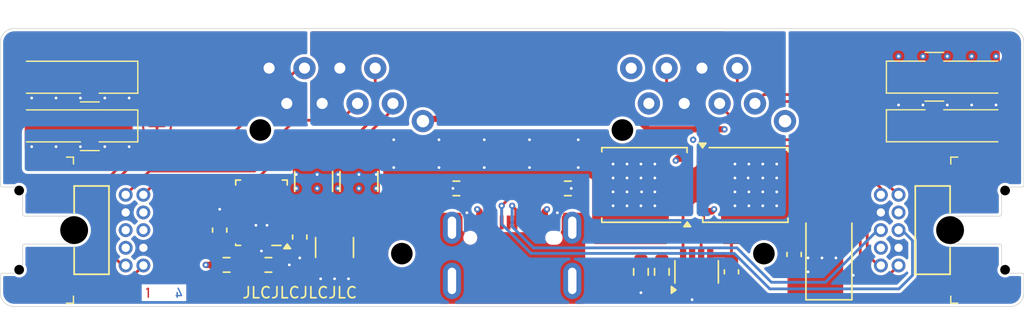
<source format=kicad_pcb>
(kicad_pcb (version 20241229) (generator "pcbnew") (generator_version "9.0")
  (title_block (date "2025-10-24") (rev "4"))
  (layers (0 "F.Cu" signal "Front") (4 "In1.Cu" power) (6 "In2.Cu" power) (2 "B.Cu" power "Back") (13 "F.Paste" user) (5 "F.SilkS" user "F.Silkscreen") (7 "B.SilkS" user "B.Silkscreen") (1 "F.Mask" user) (3 "B.Mask" user) (25 "Edge.Cuts" user))
  (property "Order-Number" "JLCJLCJLCJLC")
  (net 0 "")
  (net 1 "GND")
  (net 2 "Net-(U201-VCAP)")
  (net 3 "/Power +5V/Feedback")
  (net 4 "+5V")
  (net 5 "+24V")
  (net 6 "/Power +5V/Vcc")
  (net 7 "/Polarity Protection/Gate")
  (net 8 "/Polarity Protection/Overvoltage")
  (net 10 "/+24V-Supply")
  (net 14 "/Plug-RX-A")
  (net 15 "/Plug-RX-B")
  (net 16 "/Plug-TX-Y")
  (net 17 "/Plug-TX-Z")
  (net 18 "/Socket-RX-A")
  (net 19 "/Socket-RX-B")
  (net 20 "/Socket-TX-Y")
  (net 21 "/Socket-TX-Z")
  (net 22 "/USB-CC1")
  (net 23 "/USB+")
  (net 24 "/USB-")
  (net 25 "/USB-CC2")
  (net 26 "Earth")
  (net 31 "/RJ45-Shield")
  (net 35 "VBUS")
  (net 36 "/Polarity Protection/Source")
  (footprint "V2_Package_TO_SOT_SMD:SOT-23-8" (layer "F.Cu") (at 167 112.5 90)
    (property "Reference" "U201" (hide yes))
    (property "Value" "LM74502-Q1" (hide yes))
  )
  (footprint "Resistor_SMD:R_0603_1608Metric" (layer "F.Cu") (at 133.25 112)
    (property "Reference" "R301" (hide yes))
    (property "Value" "40k2" (hide yes))
  )
  (footprint "V2_Connector_USB:JAE_DX07S016JA3" (layer "F.Cu") (at 153.75 112)
    (property "Reference" "J103" (hide yes))
    (property "Value" "JAE_DX07S016JA3" (hide yes))
  )
  (footprint "V2_Package_TO_SOT_SMD:TDSON-8-FL" (layer "F.Cu") (at 170.5 106.25)
    (property "Reference" "Q201" (hide yes))
    (property "Value" "BSC010N04LS" (hide yes))
  )
  (footprint "Resistor_SMD:R_0603_1608Metric" (layer "F.Cu") (at 164.5 112.5 90)
    (property "Reference" "R201" (hide yes))
    (property "Value" "100k" (hide yes))
  )
  (footprint "V2_Fiducial:Fiducial_0.5mm_Mask1mm_Paste" (layer "F.Cu") (at 189.5 114)
    (property "Reference" "FID103" (hide yes))
    (property "Value" "Fiducial" (hide yes))
  )
  (footprint "V2_Fiducial:Fiducial_0.5mm_Mask1mm_Paste" (layer "F.Cu") (at 118 114)
    (property "Reference" "FID101" (hide yes))
    (property "Value" "Fiducial" (hide yes))
  )
  (footprint "V2_Production:Order_Number" (layer "F.Cu") (at 138.5 114)
    (property "Reference" "INFO102" (hide yes))
    (property "Value" "ORDER-NUMBER" (hide yes))
  )
  (footprint "V2_Artwork:Logo_Small" (layer "F.Cu") (at 153.75 99.25)
    (property "Reference" "ICON102" (hide yes))
    (property "Value" "V2-logo" (hide yes))
  )
  (footprint "V2_Package_TO_SOT_SMD:TDSON-8-FL" (layer "F.Cu") (at 163.25 106.25 180)
    (property "Reference" "Q301" (hide yes))
    (property "Value" "BSC010N04LS" (hide yes))
  )
  (footprint "V2_Artwork:Arrow_In" (layer "F.Cu") (at 187 113.5 180)
    (property "Reference" "ICON101" (hide yes))
    (property "Value" "Arrow_In" (hide yes))
  )
  (footprint "V2_Connector_WAGO:2065-100" (layer "F.Cu") (at 123 102)
    (property "Reference" "J106" (hide yes))
    (property "Value" "WAGO-2065" (hide yes))
  )
  (footprint "V2_Connector_Header_1.27mm:PinHeader_2x05_P1.27mm_Horizontal" (layer "F.Cu") (at 181.5 109.5 -90)
    (property "Reference" "J101" (hide yes))
    (property "Value" "2x05_Horizontal" (hide yes))
  )
  (footprint "V2_PCB_Devices:PCB_Plug_Horizontal" (layer "F.Cu") (at 181.5 109.5 -90)
    (property "Reference" "PLUG101" (hide yes))
    (property "Value" "PCB_Plug_Horizontal" (hide yes))
    (fp_line (start -1 -3.7) (end 1 -3.7) (stroke (width 0.05)) (layer "Edge.Cuts"))
    (fp_line (start 1 -3.7) (end 1 -7.25) (stroke (width 0.05)) (layer "Edge.Cuts"))
    (fp_line (start -1 -7.25) (end -1 -3.7) (stroke (width 0.05)) (layer "Edge.Cuts"))
    (fp_line (start -3.1 -7.4) (end -1.15 -7.4) (stroke (width 0.05)) (layer "Edge.Cuts"))
    (fp_line (start 1.15 -7.4) (end 3.1 -7.4) (stroke (width 0.05)) (layer "Edge.Cuts"))
    (fp_line (start 3.1 -7.4) (end 3.1 -8.85) (stroke (width 0.05)) (layer "Edge.Cuts"))
    (fp_line (start -3.1 -8.85) (end -3.1 -7.4) (stroke (width 0.05)) (layer "Edge.Cuts"))
    (fp_arc (start 1 -7.25) (mid 1.043934 -7.356066) (end 1.15 -7.4) (stroke (width 0.05)) (layer "Edge.Cuts"))
    (fp_arc (start -1.15 -7.4) (mid -1.043934 -7.356066) (end -1 -7.25) (stroke (width 0.05)) (layer "Edge.Cuts"))
    (fp_arc (start 3.1 -8.85) (mid 3.143934 -8.956066) (end 3.25 -9) (stroke (width 0.05)) (layer "Edge.Cuts"))
    (fp_arc (start -3.25 -9) (mid -3.143934 -8.956066) (end -3.1 -8.85) (stroke (width 0.05)) (layer "Edge.Cuts"))
  )
  (footprint "Diode_SMD:D_SMA" (layer "F.Cu") (at 176.5 111 90)
    (property "Reference" "TVS101" (hide yes))
    (property "Value" "SMAJ36CA" (hide yes))
  )
  (footprint "Resistor_SMD:R_0603_1608Metric" (layer "F.Cu") (at 157.75 106.5)
    (property "Reference" "R102" (hide yes))
    (property "Value" "5k1" (hide yes))
  )
  (footprint "Capacitor_SMD:C_0603_1608Metric" (layer "F.Cu") (at 169.5 112.5 -90)
    (property "Reference" "C201" (hide yes))
    (property "Value" "0u22" (hide yes))
  )
  (footprint "Capacitor_SMD:C_1210_3225Metric" (layer "F.Cu") (at 139.5 106 90)
    (property "Reference" "C304" (hide yes))
    (property "Value" "22u" (hide yes))
  )
  (footprint "Capacitor_SMD:C_0603_1608Metric" (layer "F.Cu") (at 174 111.25 -90)
    (property "Reference" "C102" (hide yes))
    (property "Value" "0u1" (hide yes))
  )
  (footprint "V2_Artwork:Plus_Small" (layer "F.Cu") (at 128.25 102 90)
    (property "Reference" "ICON105" (hide yes))
    (property "Value" "Plus" (hide yes))
  )
  (footprint "V2_PCB_Devices:PCB_Plug_Horizontal" (layer "F.Cu") (at 126 109.5 90)
    (property "Reference" "PLUG102" (hide yes))
    (property "Value" "PCB_Plug_Horizontal" (hide yes))
    (fp_line (start -3.1 -8.85) (end -3.1 -7.4) (stroke (width 0.05)) (layer "Edge.Cuts"))
    (fp_line (start 3.1 -7.4) (end 3.1 -8.85) (stroke (width 0.05)) (layer "Edge.Cuts"))
    (fp_line (start 1.15 -7.4) (end 3.1 -7.4) (stroke (width 0.05)) (layer "Edge.Cuts"))
    (fp_line (start -3.1 -7.4) (end -1.15 -7.4) (stroke (width 0.05)) (layer "Edge.Cuts"))
    (fp_line (start -1 -7.25) (end -1 -3.7) (stroke (width 0.05)) (layer "Edge.Cuts"))
    (fp_line (start 1 -3.7) (end 1 -7.25) (stroke (width 0.05)) (layer "Edge.Cuts"))
    (fp_line (start -1 -3.7) (end 1 -3.7) (stroke (width 0.05)) (layer "Edge.Cuts"))
    (fp_arc (start -3.25 -9) (mid -3.143934 -8.956066) (end -3.1 -8.85) (stroke (width 0.05)) (layer "Edge.Cuts"))
    (fp_arc (start 3.1 -8.85) (mid 3.143934 -8.956066) (end 3.25 -9) (stroke (width 0.05)) (layer "Edge.Cuts"))
    (fp_arc (start -1.15 -7.4) (mid -1.043934 -7.356066) (end -1 -7.25) (stroke (width 0.05)) (layer "Edge.Cuts"))
    (fp_arc (start 1 -7.25) (mid 1.043934 -7.356066) (end 1.15 -7.4) (stroke (width 0.05)) (layer "Edge.Cuts"))
  )
  (footprint "V2_Artwork:24V" (layer "F.Cu") (at 131.5 98.5)
    (property "Reference" "ICON107" (hide yes))
    (property "Value" "24V" (hide yes))
  )
  (footprint "Resistor_SMD:R_0603_1608Metric" (layer "F.Cu") (at 149.75 106.5 180)
    (property "Reference" "R101" (hide yes))
    (property "Value" "5k1" (hide yes))
  )
  (footprint "V2_Artwork:5V" (layer "F.Cu") (at 176 98.5)
    (property "Reference" "ICON106" (hide yes))
    (property "Value" "5V" (hide yes))
  )
  (footprint "V2_Connector_Header_1.27mm:PinHeader_2x05_P1.27mm_Horizontal" (layer "F.Cu") (at 126 109.5 90)
    (property "Reference" "J104" (hide yes))
    (property "Value" "2x05_Horizontal" (hide yes))
  )
  (footprint "V2_Production:Layer_Numbers" (layer "F.Cu") (at 128.75 114)
    (property "Reference" "INFO101" (hide yes))
    (property "Value" "Layer_Numbers" (hide yes))
  )
  (footprint "Capacitor_SMD:C_1210_3225Metric" (layer "F.Cu") (at 141 110.75 -90)
    (property "Reference" "C301" (hide yes))
    (property "Value" "10u" (hide yes))
  )
  (footprint "V2_Connector_WAGO:2065-100" (layer "F.Cu") (at 123 98.5)
    (property "Reference" "J109" (hide yes))
    (property "Value" "WAGO-2065" (hide yes))
  )
  (footprint "V2_Artwork:Arrow_Out" (layer "F.Cu") (at 120.5 113.5 180)
    (property "Reference" "ICON104" (hide yes))
    (property "Value" "Arrow_Out" (hide yes))
  )
  (footprint "Resistor_SMD:R_0603_1608Metric" (layer "F.Cu") (at 163 112.5 -90)
    (property "Reference" "R202" (hide yes))
    (property "Value" "3k9" (hide yes))
  )
  (footprint "Capacitor_SMD:C_0603_1608Metric" (layer "F.Cu") (at 138.5 110 -90)
    (property "Reference" "C302" (hide yes))
    (property "Value" "0u1" (hide yes))
  )
  (footprint "V2_Connector_WAGO:2065-100" (layer "F.Cu") (at 184.5 98.5 180)
    (property "Reference" "J108" (hide yes))
    (property "Value" "WAGO-2065" (hide yes))
  )
  (footprint "V2_Connector_WAGO:2065-100" (layer "F.Cu") (at 184.5 102 180)
    (property "Reference" "J107" (hide yes))
    (property "Value" "WAGO-2065" (hide yes))
  )
  (footprint "Capacitor_SMD:C_0603_1608Metric" (layer "F.Cu") (at 132.75 109.5 90)
    (property "Reference" "C305" (hide yes))
    (property "Value" "1u" (hide yes))
  )
  (footprint "Resistor_SMD:R_0603_1608Metric" (layer "F.Cu") (at 136.25 112)
    (property "Reference" "R302" (hide yes))
    (property "Value" "10k" (hide yes))
  )
  (footprint "V2_Converter_DCDC:TPSM33625" (layer "F.Cu") (at 135.75 108.25 180)
    (property "Reference" "U301" (hide yes))
    (property "Value" "TPSM33625" (hide yes))
  )
  (footprint "V2_Fiducial:Fiducial_0.5mm_Mask1mm_Paste" (layer "F.Cu") (at 118 96)
    (property "Reference" "FID102" (hide yes))
    (property "Value" "Fiducial" (hide yes))
  )
  (footprint "Capacitor_SMD:C_1210_3225Metric" (layer "F.Cu") (at 142.75 106 90)
    (property "Reference" "C303" (hide yes))
    (property "Value" "22u" (hide yes))
  )
  (footprint "V2_Artwork:Plus_Small" (layer "F.Cu") (at 179.25 98.5 -90)
    (property "Reference" "ICON103" (hide yes))
    (property "Value" "Plus" (hide yes))
  )
  (footprint "V2_Connector_EtherCon:NE8FAH" (layer "B.Cu") (at 166.75 115)
    (property "Reference" "J102" (hide yes))
    (property "Value" "NE8FAH" (hide yes))
  )
  (footprint "V2_Connector_EtherCon:NE8FAH" (layer "B.Cu") (at 140.75 115)
    (property "Reference" "J105" (hide yes))
    (property "Value" "NE8FAH" (hide yes))
  )
  (gr_line (start 190.5 96) (end 190.5 106.25) (stroke (width 0.05)) (layer "Edge.Cuts"))
  (gr_line (start 117 112.75) (end 117 114) (stroke (width 0.05)) (layer "Edge.Cuts"))
  (gr_line (start 118 95) (end 189.5 95) (stroke (width 0.05)) (layer "Edge.Cuts"))
  (gr_line (start 117 96) (end 117 106.25) (stroke (width 0.05)) (layer "Edge.Cuts"))
  (gr_line (start 190.5 112.75) (end 190.5 114) (stroke (width 0.05)) (layer "Edge.Cuts"))
  (gr_arc (start 118 115) (mid 117.292893 114.707107) (end 117 114) (stroke (width 0.05)) (layer "Edge.Cuts"))
  (gr_arc (start 190.5 114) (mid 190.207107 114.707107) (end 189.5 115) (stroke (width 0.05)) (layer "Edge.Cuts"))
  (gr_arc (start 117 96) (mid 117.292893 95.292893) (end 118 95) (stroke (width 0.05)) (layer "Edge.Cuts"))
  (gr_arc (start 189.5 95) (mid 190.207107 95.292893) (end 190.5 96) (stroke (width 0.05)) (layer "Edge.Cuts"))
  (gr_line (start 118 115) (end 189.5 115) (stroke (width 0.05)) (layer "Edge.Cuts"))
  (segment (start 132.75 108) (end 132.75 108.725) (width 0.45) (layer "F.Cu") (net 1))
  (segment (start 166.675 114.5) (end 166.675 113.6375) (width 0.45) (layer "F.Cu") (net 1))
  (segment (start 163 114) (end 163 113.325) (width 0.45) (layer "F.Cu") (net 1))
  (segment (start 137.75 112) (end 137.075 112) (width 0.45) (layer "F.Cu") (net 1))
  (segment (start 150.65 108.4) (end 150.5 108.25) (width 0.45) (layer "F.Cu") (net 1))
  (segment (start 158.575 106.5) (end 158 106.5) (width 0.45) (layer "F.Cu") (net 1))
  (segment (start 135.75 110.95) (end 135.75 109.95) (width 0.3) (layer "F.Cu") (net 1))
  (segment (start 138.5 111.5) (end 138.5 110.775) (width 0.45) (layer "F.Cu") (net 1))
  (segment (start 156.85 108.95) (end 156.85 108.4) (width 0.45) (layer "F.Cu") (net 1))
  (segment (start 148.925 106.5) (end 149.5 106.5) (width 0.45) (layer "F.Cu") (net 1))
  (segment (start 156.85 108.4) (end 157 108.25) (width 0.45) (layer "F.Cu") (net 1))
  (segment (start 150.65 108.95) (end 150.65 108.4) (width 0.45) (layer "F.Cu") (net 1))
  (via (at 138.25 105.5) (size 0.45) (drill 0.2) (layers "F.Cu" "B.Cu") (net 1))
  (via (at 183.25 100.5) (size 0.45) (drill 0.2) (layers "F.Cu" "B.Cu") (net 1))
  (via (at 139.75 105.5) (size 0.45) (drill 0.2) (layers "F.Cu" "B.Cu") (net 1))
  (via (at 157 108.25) (size 0.45) (drill 0.2) (layers "F.Cu" "B.Cu") (net 1))
  (via (at 175 111.5) (size 0.45) (drill 0.2) (layers "F.Cu" "B.Cu") (net 1))
  (via (at 176 111.5) (size 0.45) (drill 0.2) (layers "F.Cu" "B.Cu") (net 1))
  (via (at 163 114) (size 0.45) (drill 0.2) (layers "F.Cu" "B.Cu") (net 1))
  (via (at 166.675 114.5) (size 0.45) (drill 0.2) (layers "F.Cu" "B.Cu") (net 1))
  (via (at 158 106.5) (size 0.45) (drill 0.2) (layers "F.Cu" "B.Cu") (net 1))
  (via (at 135.75 111) (size 0.45) (drill 0.2) (layers "F.Cu" "B.Cu") (net 1))
  (via (at 122.75 100) (size 0.45) (drill 0.2) (layers "F.Cu" "B.Cu") (net 1))
  (via (at 150.5 108.25) (size 0.45) (drill 0.2) (layers "F.Cu" "B.Cu") (net 1))
  (via (at 166.75 103) (size 0.45) (drill 0.2) (layers "F.Cu" "B.Cu") (net 1))
  (via (at 178.25 112.75) (size 0.45) (drill 0.2) (layers "F.Cu" "B.Cu") (net 1))
  (via (at 137.75 112) (size 0.45) (drill 0.2) (layers "F.Cu" "B.Cu") (net 1))
  (via (at 140 113) (size 0.45) (drill 0.2) (layers "F.Cu" "B.Cu") (net 1))
  (via (at 141 113) (size 0.45) (drill 0.2) (layers "F.Cu" "B.Cu") (net 1))
  (via (at 126.25 100) (size 0.45) (drill 0.2) (layers "F.Cu" "B.Cu") (net 1))
  (via (at 177 111.5) (size 0.45) (drill 0.2) (layers "F.Cu" "B.Cu") (net 1))
  (via (at 119.25 100) (size 0.45) (drill 0.2) (layers "F.Cu" "B.Cu") (net 1))
  (via (at 149.5 106.5) (size 0.45) (drill 0.2) (layers "F.Cu" "B.Cu") (net 1))
  (via (at 144 105.5) (size 0.45) (drill 0.2) (layers "F.Cu" "B.Cu") (net 1))
  (via (at 188.5 100.5) (size 0.45) (drill 0.2) (layers "F.Cu" "B.Cu") (net 1))
  (via (at 142.75 105.5) (size 0.45) (drill 0.2) (layers "F.Cu" "B.Cu") (net 1))
  (via (at 138.5 111.5) (size 0.45) (drill 0.2) (layers "F.Cu" "B.Cu") (net 1))
  (via (at 186.75 100.5) (size 0.45) (drill 0.2) (layers "F.Cu" "B.Cu") (net 1))
  (via (at 124.5 100) (size 0.45) (drill 0.2) (layers "F.Cu" "B.Cu") (net 1))
  (via (at 142 113) (size 0.45) (drill 0.2) (layers "F.Cu" "B.Cu") (net 1))
  (via (at 132.75 108) (size 0.45) (drill 0.2) (layers "F.Cu" "B.Cu") (net 1))
  (via (at 185 100.5) (size 0.45) (drill 0.2) (layers "F.Cu" "B.Cu") (net 1))
  (via (at 141.25 105.5) (size 0.45) (drill 0.2) (layers "F.Cu" "B.Cu") (net 1))
  (via (at 175 112.5) (size 0.45) (drill 0.2) (layers "F.Cu" "B.Cu") (net 1))
  (via (at 121 100) (size 0.45) (drill 0.2) (layers "F.Cu" "B.Cu") (net 1))
  (via (at 181.5 100.5) (size 0.45) (drill 0.2) (layers "F.Cu" "B.Cu") (net 1))
  (segment (start 168.1125 113.5) (end 169.275 113.5) (width 0.2) (layer "F.Cu") (net 2))
  (segment (start 169.275 113.5) (end 169.5 113.275) (width 0.2) (layer "F.Cu") (net 2))
  (segment (start 167.975 113.6375) (end 168.1125 113.5) (width 0.2) (layer "F.Cu") (net 2))
  (segment (start 135.25 110.31) (end 135.225 110.335) (width 0.2) (layer "F.Cu") (net 3))
  (segment (start 135.225 111.8) (end 135.425 112) (width 0.2) (layer "F.Cu") (net 3))
  (segment (start 135.425 112) (end 134.075 112) (width 0.2) (layer "F.Cu") (net 3))
  (segment (start 135.225 110.335) (end 135.225 111.8) (width 0.2) (layer "F.Cu") (net 3))
  (segment (start 132.425 112) (end 131.75 112) (width 0.45) (layer "F.Cu") (net 4))
  (via (at 183.25 97) (size 0.45) (drill 0.2) (layers "F.Cu" "B.Cu") (net 4))
  (via (at 186.75 97) (size 0.45) (drill 0.2) (layers "F.Cu" "B.Cu") (net 4))
  (via (at 131.75 112) (size 0.45) (drill 0.2) (layers "F.Cu" "B.Cu") (net 4))
  (via (at 139.75 106.5) (size 0.45) (drill 0.2) (layers "F.Cu" "B.Cu") (net 4))
  (via (at 144 106.5) (size 0.45) (drill 0.2) (layers "F.Cu" "B.Cu") (net 4))
  (via (at 142.75 106.5) (size 0.45) (drill 0.2) (layers "F.Cu" "B.Cu") (net 4))
  (via (at 188.5 97) (size 0.45) (drill 0.2) (layers "F.Cu" "B.Cu") (net 4))
  (via (at 185 97) (size 0.45) (drill 0.2) (layers "F.Cu" "B.Cu") (net 4))
  (via (at 138.25 106.5) (size 0.45) (drill 0.2) (layers "F.Cu" "B.Cu") (net 4))
  (via (at 181.5 97) (size 0.45) (drill 0.2) (layers "F.Cu" "B.Cu") (net 4))
  (via (at 141.25 106.5) (size 0.45) (drill 0.2) (layers "F.Cu" "B.Cu") (net 4))
  (via (at 121 103.5) (size 0.45) (drill 0.2) (layers "F.Cu" "B.Cu") (net 5))
  (via (at 119.25 103.5) (size 0.45) (drill 0.2) (layers "F.Cu" "B.Cu") (net 5))
  (via (at 126.25 103.5) (size 0.45) (drill 0.2) (layers "F.Cu" "B.Cu") (net 5))
  (via (at 158.5 103) (size 0.45) (drill 0.2) (layers "F.Cu" "B.Cu") (net 5))
  (via (at 151.75 103) (size 0.45) (drill 0.2) (layers "F.Cu" "B.Cu") (net 5))
  (via (at 145.25 105) (size 0.45) (drill 0.2) (layers "F.Cu" "B.Cu") (net 5))
  (via (at 151.75 105) (size 0.45) (drill 0.2) (layers "F.Cu" "B.Cu") (net 5))
  (via (at 145.25 103) (size 0.45) (drill 0.2) (layers "F.Cu" "B.Cu") (net 5))
  (via (at 124.5 103.5) (size 0.45) (drill 0.2) (layers "F.Cu" "B.Cu") (net 5))
  (via (at 148.5 103) (size 0.45) (drill 0.2) (layers "F.Cu" "B.Cu") (net 5))
  (via (at 148.5 105) (size 0.45) (drill 0.2) (layers "F.Cu" "B.Cu") (net 5))
  (via (at 155 105) (size 0.45) (drill 0.2) (layers "F.Cu" "B.Cu") (net 5))
  (via (at 155 103) (size 0.45) (drill 0.2) (layers "F.Cu" "B.Cu") (net 5))
  (via (at 158.5 105) (size 0.45) (drill 0.2) (layers "F.Cu" "B.Cu") (net 5))
  (via (at 122.75 103.5) (size 0.45) (drill 0.2) (layers "F.Cu" "B.Cu") (net 5))
  (segment (start 136.275 110.335) (end 136.25 110.31) (width 0.2) (layer "F.Cu") (net 6))
  (segment (start 132.75 110.275) (end 133.25 110.775) (width 0.2) (layer "F.Cu") (net 6))
  (segment (start 133.25 112.5) (end 133.75 113) (width 0.2) (layer "F.Cu") (net 6))
  (segment (start 133.25 110.775) (end 133.25 112.5) (width 0.2) (layer "F.Cu") (net 6))
  (segment (start 136.275 112.475) (end 136.275 110.335) (width 0.2) (layer "F.Cu") (net 6))
  (segment (start 134.3625 110.21) (end 132.815 110.21) (width 0.45) (layer "F.Cu") (net 6))
  (segment (start 132.815 110.21) (end 132.75 110.275) (width 0.2) (layer "F.Cu") (net 6))
  (segment (start 135.75 113) (end 136.275 112.475) (width 0.2) (layer "F.Cu") (net 6))
  (segment (start 133.75 113) (end 135.75 113) (width 0.2) (layer "F.Cu") (net 6))
  (segment (start 167.325 110.425) (end 167.5 110.25) (width 0.2) (layer "F.Cu") (net 7))
  (segment (start 167.325 111.3625) (end 167.325 110.425) (width 0.2) (layer "F.Cu") (net 7))
  (segment (start 167.5 110.25) (end 167.5 108.255) (width 0.2) (layer "F.Cu") (net 7))
  (segment (start 167.6 108.155) (end 168.095 108.155) (width 0.45) (layer "F.Cu") (net 7))
  (segment (start 166.15 104.345) (end 165.655 104.345) (width 0.45) (layer "F.Cu") (net 7))
  (segment (start 168.095 108.155) (end 168.25 108) (width 0.45) (layer "F.Cu") (net 7))
  (segment (start 165.655 104.345) (end 165.5 104.5) (width 0.45) (layer "F.Cu") (net 7))
  (segment (start 167.5 108.255) (end 167.6 108.155) (width 0.2) (layer "F.Cu") (net 7))
  (via (at 168.25 108) (size 0.45) (drill 0.2) (layers "F.Cu" "B.Cu") (net 7))
  (via (at 165.5 104.5) (size 0.45) (drill 0.2) (layers "F.Cu" "B.Cu") (net 7))
  (segment (start 166.675 112.075) (end 166.5 112.25) (width 0.2) (layer "F.Cu") (net 8))
  (segment (start 164.5 111.675) (end 163 111.675) (width 0.2) (layer "F.Cu") (net 8))
  (segment (start 165.075 112.25) (end 164.5 111.675) (width 0.2) (layer "F.Cu") (net 8))
  (segment (start 166.5 112.25) (end 165.075 112.25) (width 0.2) (layer "F.Cu") (net 8))
  (segment (start 166.675 111.360404) (end 166.675 112.075) (width 0.2) (layer "F.Cu") (net 8))
  (segment (start 164.8125 113.6375) (end 164.5 113.325) (width 0.2) (layer "F.Cu") (net 10))
  (segment (start 166.025 112.975) (end 166.25 112.75) (width 0.2) (layer "F.Cu") (net 10))
  (segment (start 166.025 113.6375) (end 164.8125 113.6375) (width 0.2) (layer "F.Cu") (net 10))
  (segment (start 169.5 108.75) (end 171.5 106.75) (width 0.2) (layer "F.Cu") (net 10))
  (segment (start 166.025 113.6375) (end 166.025 112.975) (width 0.2) (layer "F.Cu") (net 10))
  (segment (start 167.975 112.025) (end 167.975 111.3625) (width 0.2) (layer "F.Cu") (net 10))
  (segment (start 169.1375 111.3625) (end 169.5 111.725) (width 0.2) (layer "F.Cu") (net 10))
  (segment (start 166.25 112.75) (end 167.25 112.75) (width 0.2) (layer "F.Cu") (net 10))
  (segment (start 169.5 111.725) (end 169.5 108.75) (width 0.2) (layer "F.Cu") (net 10))
  (segment (start 167.975 111.3625) (end 169.1375 111.3625) (width 0.2) (layer "F.Cu") (net 10))
  (segment (start 167.25 112.75) (end 167.975 112.025) (width 0.2) (layer "F.Cu") (net 10))
  (segment (start 180.23 112.04) (end 180.04 112.04) (width 0.2) (layer "F.Cu") (net 14))
  (segment (start 179.25 111.25) (end 179.25 107.5) (width 0.2) (layer "F.Cu") (net 14))
  (segment (start 168.65 100.52) (end 168.65 100.39) (width 0.2) (layer "F.Cu") (net 14))
  (segment (start 180.04 112.04) (end 179.25 111.25) (width 0.2) (layer "F.Cu") (net 14))
  (segment (start 179.25 107.5) (end 174.75 103) (width 0.2) (layer "F.Cu") (net 14))
  (segment (start 171.13 103) (end 168.65 100.52) (width 0.2) (layer "F.Cu") (net 14))
  (segment (start 174.75 103) (end 171.13 103) (width 0.2) (layer "F.Cu") (net 14))
  (segment (start 178.75 107.75) (end 178.75 112) (width 0.2) (layer "F.Cu") (net 15))
  (segment (start 178.75 112) (end 179.75 113) (width 0.2) (layer "F.Cu") (net 15))
  (segment (start 169 101.5) (end 171 103.5) (width 0.2) (layer "F.Cu") (net 15))
  (segment (start 174.5 103.5) (end 178.75 107.75) (width 0.2) (layer "F.Cu") (net 15))
  (segment (start 171 103.5) (end 174.5 103.5) (width 0.2) (layer "F.Cu") (net 15))
  (segment (start 179.75 113) (end 180.54 113) (width 0.2) (layer "F.Cu") (net 15))
  (segment (start 164.84 101.09) (end 165.25 101.5) (width 0.2) (layer "F.Cu") (net 15))
  (segment (start 165.25 101.5) (end 169 101.5) (width 0.2) (layer "F.Cu") (net 15))
  (segment (start 180.54 113) (end 181.5 112.04) (width 0.2) (layer "F.Cu") (net 15))
  (segment (start 164.84 97.85) (end 164.84 101.09) (width 0.2) (layer "F.Cu") (net 15))
  (segment (start 171.19 100.39) (end 171.83 99.75) (width 0.2) (layer "F.Cu") (net 16))
  (segment (start 174.25 99.75) (end 181.46 106.96) (width 0.2) (layer "F.Cu") (net 16))
  (segment (start 171.83 99.75) (end 174.25 99.75) (width 0.2) (layer "F.Cu") (net 16))
  (segment (start 181.46 106.96) (end 181.5 106.96) (width 0.2) (layer "F.Cu") (net 16))
  (segment (start 173.04155 100.25) (end 174 100.25) (width 0.2) (layer "F.Cu") (net 17))
  (segment (start 169.92 97.85) (end 169.92 100.92) (width 0.2) (layer "F.Cu") (net 17))
  (segment (start 169.92 100.92) (end 170.610962 101.610962) (width 0.2) (layer "F.Cu") (net 17))
  (segment (start 174 100.25) (end 180.23 106.48) (width 0.2) (layer "F.Cu") (net 17))
  (segment (start 180.23 106.48) (end 180.23 106.96) (width 0.2) (layer "F.Cu") (net 17))
  (segment (start 171.680588 101.610962) (end 173.04155 100.25) (width 0.2) (layer "F.Cu") (net 17))
  (segment (start 170.610962 101.610962) (end 171.680588 101.610962) (width 0.2) (layer "F.Cu") (net 17))
  (segment (start 145.19 100.81) (end 145.19 100.39) (width 0.2) (layer "F.Cu") (net 18))
  (segment (start 145.19 100.39) (end 144.64 100.39) (width 0.2) (layer "F.Cu") (net 18))
  (segment (start 138.25 103) (end 143 103) (width 0.2) (layer "F.Cu") (net 18))
  (segment (start 128.48 105.75) (end 135.5 105.75) (width 0.2) (layer "F.Cu") (net 18))
  (segment (start 143 103) (end 145.19 100.81) (width 0.2) (layer "F.Cu") (net 18))
  (segment (start 135.5 105.75) (end 138.25 103) (width 0.2) (layer "F.Cu") (net 18))
  (segment (start 127.27 106.96) (end 128.48 105.75) (width 0.2) (layer "F.Cu") (net 18))
  (segment (start 126 106.96) (end 127.71 105.25) (width 0.2) (layer "F.Cu") (net 19))
  (segment (start 135.25 105.25) (end 138 102.5) (width 0.2) (layer "F.Cu") (net 19))
  (segment (start 127.71 105.25) (end 135.25 105.25) (width 0.2) (layer "F.Cu") (net 19))
  (segment (start 143.92 97.85) (end 143.92 97.833619) (width 0.2) (layer "F.Cu") (net 19))
  (segment (start 143.92 101.33) (end 143.92 97.85) (width 0.2) (layer "F.Cu") (net 19))
  (segment (start 142.75 102.5) (end 143.92 101.33) (width 0.2) (layer "F.Cu") (net 19))
  (segment (start 126 106.9375) (end 126 106.96) (width 0.2) (layer "F.Cu") (net 19))
  (segment (start 138 102.5) (end 142.75 102.5) (width 0.2) (layer "F.Cu") (net 19))
  (segment (start 126.5 104.75) (end 135 104.75) (width 0.2) (layer "F.Cu") (net 20))
  (segment (start 126 112.04) (end 125.77 112.04) (width 0.2) (layer "F.Cu") (net 20))
  (segment (start 138.15 101.6) (end 141.44 101.6) (width 0.2) (layer "F.Cu") (net 20))
  (segment (start 125.77 112.04) (end 125 111.27) (width 0.2) (layer "F.Cu") (net 20))
  (segment (start 141.44 101.6) (end 142.65 100.39) (width 0.2) (layer "F.Cu") (net 20))
  (segment (start 135 104.75) (end 138.15 101.6) (width 0.2) (layer "F.Cu") (net 20))
  (segment (start 125 106.25) (end 126.5 104.75) (width 0.2) (layer "F.Cu") (net 20))
  (segment (start 125 111.27) (end 125 106.25) (width 0.2) (layer "F.Cu") (net 20))
  (segment (start 125.5 113) (end 126.31 113) (width 0.2) (layer "F.Cu") (net 21))
  (segment (start 138.4 97.85) (end 132 104.25) (width 0.2) (layer "F.Cu") (net 21))
  (segment (start 124.5 106) (end 124.5 112) (width 0.2) (layer "F.Cu") (net 21))
  (segment (start 126.31 113) (end 127.27 112.04) (width 0.2) (layer "F.Cu") (net 21))
  (segment (start 126.25 104.25) (end 124.5 106) (width 0.2) (layer "F.Cu") (net 21))
  (segment (start 138.84 97.85) (end 138.4 97.85) (width 0.2) (layer "F.Cu") (net 21))
  (segment (start 132 104.25) (end 126.25 104.25) (width 0.2) (layer "F.Cu") (net 21))
  (segment (start 124.5 112) (end 125.5 113) (width 0.2) (layer "F.Cu") (net 21))
  (segment (start 152 107.25) (end 152 108.95) (width 0.2) (layer "F.Cu") (net 22))
  (segment (start 151.25 106.5) (end 152 107.25) (width 0.2) (layer "F.Cu") (net 22))
  (segment (start 150.575 106.5) (end 151.25 106.5) (width 0.2) (layer "F.Cu") (net 22))
  (segment (start 153.75 108.95) (end 154 108.95) (width 0.2) (layer "F.Cu") (net 23))
  (segment (start 153.75 107.75) (end 154 108) (width 0.2) (layer "F.Cu") (net 23))
  (segment (start 154 108) (end 154 108.95) (width 0.2) (layer "F.Cu") (net 23))
  (segment (start 153.5 108.95) (end 153.75 108.95) (width 0.2) (layer "F.Cu") (net 23))
  (via (at 153.75 107.75) (size 0.45) (drill 0.2) (layers "F.Cu" "B.Cu") (net 23))
  (segment (start 153.75 109.25) (end 155.275 110.775) (width 0.2) (layer "B.Cu") (net 23))
  (segment (start 169.89472 110.775) (end 172.36972 113.25) (width 0.2) (layer "B.Cu") (net 23))
  (segment (start 180 109.5) (end 180.23 109.5) (width 0.2) (layer "B.Cu") (net 23))
  (segment (start 155.275 110.775) (end 169.89472 110.775) (width 0.2) (layer "B.Cu") (net 23))
  (segment (start 153.75 107.75) (end 153.75 109.25) (width 0.2) (layer "B.Cu") (net 23))
  (segment (start 172.36972 113.25) (end 176.25 113.25) (width 0.2) (layer "B.Cu") (net 23))
  (segment (start 176.25 113.25) (end 180 109.5) (width 0.2) (layer "B.Cu") (net 23))
  (segment (start 153.975 107.225) (end 154.5 107.75) (width 0.2) (layer "F.Cu") (net 24))
  (segment (start 154.5 107.75) (end 154.5 108.95) (width 0.2) (layer "F.Cu") (net 24))
  (segment (start 153 107.75) (end 153 108.95) (width 0.2) (layer "F.Cu") (net 24))
  (segment (start 153.525 107.225) (end 153.975 107.225) (width 0.2) (layer "F.Cu") (net 24))
  (segment (start 153 107.75) (end 153.525 107.225) (width 0.2) (layer "F.Cu") (net 24))
  (via (at 153 107.75) (size 0.45) (drill 0.2) (layers "F.Cu" "B.Cu") (net 24))
  (segment (start 169.702017 111.175) (end 172.252017 113.725) (width 0.2) (layer "B.Cu") (net 24))
  (segment (start 172.252017 113.725) (end 181.525 113.725) (width 0.2) (layer "B.Cu") (net 24))
  (segment (start 155.109315 111.175) (end 169.702017 111.175) (width 0.2) (layer "B.Cu") (net 24))
  (segment (start 181.525 113.725) (end 182.5 112.75) (width 0.2) (layer "B.Cu") (net 24))
  (segment (start 153 107.75) (end 153 109.065685) (width 0.2) (layer "B.Cu") (net 24))
  (segment (start 153 109.065685) (end 155.109315 111.175) (width 0.2) (layer "B.Cu") (net 24))
  (segment (start 182.5 110.25) (end 181.75 109.5) (width 0.2) (layer "B.Cu") (net 24))
  (segment (start 181.75 109.5) (end 181.5 109.5) (width 0.2) (layer "B.Cu") (net 24))
  (segment (start 182.5 112.75) (end 182.5 110.25) (width 0.2) (layer "B.Cu") (net 24))
  (segment (start 155 107.75) (end 155 108.95) (width 0.2) (layer "F.Cu") (net 25))
  (segment (start 156.925 106.5) (end 156.25 106.5) (width 0.2) (layer "F.Cu") (net 25))
  (segment (start 156.25 106.5) (end 155 107.75) (width 0.2) (layer "F.Cu") (net 25))
  (segment (start 163.5 102.25) (end 162.25 101) (width 0.45) (layer "F.Cu") (net 31))
  (segment (start 161 101) (end 160.5 101.5) (width 0.45) (layer "F.Cu") (net 31))
  (segment (start 160.5 101.5) (end 147.505 101.5) (width 0.45) (layer "F.Cu") (net 31))
  (segment (start 162.25 101) (end 161 101) (width 0.45) (layer "F.Cu") (net 31))
  (segment (start 169 102.25) (end 163.5 102.25) (width 0.45) (layer "F.Cu") (net 31))
  (segment (start 147.505 101.5) (end 147.345 101.66) (width 0.45) (layer "F.Cu") (net 31))
  (via (at 169 102.25) (size 0.45) (drill 0.2) (layers "F.Cu" "B.Cu") (net 31))
  (segment (start 156.1 108.95) (end 156.1 108.15) (width 0.45) (layer "F.Cu") (net 35))
  (segment (start 151.4 108.15) (end 151.25 108) (width 0.45) (layer "F.Cu") (net 35))
  (segment (start 151.4 108.95) (end 151.4 108.15) (width 0.45) (layer "F.Cu") (net 35))
  (segment (start 156.1 108.15) (end 156.25 108) (width 0.45) (layer "F.Cu") (net 35))
  (via (at 151.25 108) (size 0.45) (drill 0.2) (layers "F.Cu" "B.Cu") (net 35))
  (via (at 156.25 108) (size 0.45) (drill 0.2) (layers "F.Cu" "B.Cu") (net 35))
  (segment (start 166.025 106.945621) (end 166.025 110.8625) (width 0.2) (layer "F.Cu") (net 36))
  (segment (start 166.085621 106.885) (end 166.025 106.945621) (width 0.2) (layer "F.Cu") (net 36))
  (zone (net 4) (net_name "+5V") (layer "F.Cu") (connect_pads yes (clearance 0.2)) (min_thickness 0.254) (fill yes (thermal_gap 0.508) (thermal_bridge_width 0.508) (smoothing fillet) (radius 0.2))
    (polygon (pts (xy 181 99.5) (xy 181 96.58) (xy 188.77 96.58) (xy 188.77 99.5)))
  )
  (zone (net 10) (net_name "/+24V-Supply") (layer "F.Cu") (priority 7) (connect_pads yes (clearance 0.2)) (min_thickness 0.25) (fill yes (thermal_gap 0.5) (thermal_bridge_width 0.5) (smoothing fillet) (radius 0.25))
    (polygon (pts (xy 139.25 95) (xy 139.25 101.25) (xy 141.5 101.25) (xy 141.5 99.25) (xy 143 99.25) (xy 143 97) (xy 165 97) (xy 165 101.25) (xy 167.5 101.25) (xy 167.5 99.25) (xy 169 99.25) (xy 169 95)))
  )
  (zone (net 1) (net_name "GND") (layer "F.Cu") (priority 2) (connect_pads yes (clearance 0.2)) (min_thickness 0.25) (fill yes (thermal_gap 0.5) (thermal_bridge_width 0.5) (smoothing fillet) (radius 0.2))
    (polygon (pts (xy 139.6 113.2) (xy 142.4 113.2) (xy 142.4 111.6) (xy 139.6 111.6)))
  )
  (zone (net 1) (net_name "GND") (layer "F.Cu") (connect_pads yes (clearance 0.2)) (min_thickness 0.254) (fill yes (thermal_gap 0.508) (thermal_bridge_width 0.508) (smoothing fillet) (radius 0.2))
    (polygon (pts (xy 181.02 103) (xy 181.02 100.25) (xy 188.77 100.25) (xy 188.77 103)))
  )
  (zone (net 5) (net_name "+24V") (layer "F.Cu") (connect_pads yes (clearance 0.2)) (min_thickness 0.254) (fill yes (thermal_gap 0.508) (thermal_bridge_width 0.508) (smoothing fillet) (radius 0.2))
    (polygon (pts (xy 126.5 101) (xy 126.5 103.75) (xy 118.75 103.75) (xy 118.75 101)))
  )
  (zone (net 4) (net_name "+5V") (layer "F.Cu") (priority 2) (connect_pads yes (clearance 0.2)) (min_thickness 0.25) (fill yes (thermal_gap 0.5) (thermal_bridge_width 0.5) (smoothing fillet) (radius 0.2))
    (polygon (pts (xy 135.75 108.25) (xy 144.25 108.25) (xy 144.25 106) (xy 135.75 106)))
  )
  (zone (net 36) (net_name "/Polarity Protection/Source") (layer "F.Cu") (priority 4) (connect_pads yes (clearance 0.2)) (min_thickness 0.2) (fill yes (thermal_gap 0.508) (thermal_bridge_width 0.508) (smoothing fillet) (radius 0.25))
    (polygon (pts (xy 165.25 105) (xy 167 105) (xy 167 104) (xy 168.5 104) (xy 168.5 107.5) (xy 166.75 107.5) (xy 166.75 108.5) (xy 165.25 108.5)))
  )
  (zone (net 10) (net_name "/+24V-Supply") (layer "F.Cu") (priority 1) (connect_pads yes (clearance 0.2)) (min_thickness 0.25) (fill yes (thermal_gap 0.5) (thermal_bridge_width 0.5) (smoothing fillet) (radius 0.2))
    (polygon (pts (xy 177.5 110.5) (xy 177.5 107.5) (xy 174 107.5) (xy 174 103.75) (xy 168.75 103.75) (xy 168.75 110.5)))
  )
  (zone (net 5) (net_name "+24V") (layer "F.Cu") (priority 8) (connect_pads yes (clearance 0.2)) (min_thickness 0.25) (fill yes (thermal_gap 0.5) (thermal_bridge_width 0.5) (smoothing fillet) (radius 0.2))
    (polygon (pts (xy 165 110.5) (xy 159.5 110.5) (xy 159.5 105.75) (xy 147.5 105.75) (xy 147.5 109.25) (xy 145.5 111.25) (xy 140.75 111.25) (xy 139.25 109.75) (xy 136.75 109.75) (xy 136.75 108.5) (xy 144.5 108.5) (xy 144.5 102.75) (xy 165 102.75)))
  )
  (zone (net 1) (net_name "GND") (layer "F.Cu") (connect_pads yes (clearance 0.2)) (min_thickness 0.254) (fill yes (thermal_gap 0.508) (thermal_bridge_width 0.508) (smoothing fillet) (radius 0.2))
    (polygon (pts (xy 126.5 97.5) (xy 126.5 100.25) (xy 118.75 100.25) (xy 118.75 97.5)))
  )
  (zone (net 1) (net_name "GND") (layer "F.Cu") (priority 2) (connect_pads yes (clearance 0.2)) (min_thickness 0.25) (fill yes (thermal_gap 0.5) (thermal_bridge_width 0.5) (smoothing fillet) (radius 0.2))
    (polygon (pts (xy 138 105.75) (xy 144.25 105.75) (xy 144.25 103.75) (xy 138 103.75)))
  )
  (zone (net 1) (net_name "GND") (layer "F.Cu") (connect_pads yes (clearance 0.2)) (min_thickness 0.254) (fill yes (thermal_gap 0.508) (thermal_bridge_width 0.508) (smoothing fillet) (radius 0.2))
    (polygon (pts (xy 173.524676 111.25) (xy 177.524676 111.25) (xy 177.524676 114.25) (xy 173.524676 114.25)))
  )
  (zone (net 26) (net_name "Earth") (layer "F.Cu") (priority 3) (connect_pads yes (clearance 0.2)) (min_thickness 0.25) (fill yes (thermal_gap 0.5) (thermal_bridge_width 0.5) (smoothing fillet) (radius 0.2))
    (polygon (pts (xy 148.5 108.25) (xy 159 108.25) (xy 159 115) (xy 148.5 115)))
  )
  (zone (net 1) (net_name "GND") (layers "B.Cu" "In1.Cu" "In2.Cu") (connect_pads yes (clearance 0.2)) (min_thickness 0.2) (fill yes (thermal_gap 0.508) (thermal_bridge_width 0.508) (smoothing fillet) (radius 0.25))
    (polygon (pts (xy 117 115) (xy 117 95) (xy 190.5 95) (xy 190.5 115)))
  )
  (zone (net 5) (net_name "+24V") (layers "B.Cu" "In2.Cu") (priority 6) (connect_pads yes (clearance 0.2)) (min_thickness 0.25) (fill yes (thermal_gap 0.5) (thermal_bridge_width 0.5) (smoothing fillet) (radius 0.2))
    (polygon (pts (xy 118.75 102.25) (xy 166.75 102.25) (xy 166.75 108.5) (xy 159.5 108.5) (xy 159.5 105.25) (xy 118.75 105.25)))
  )
  (zone (net 10) (net_name "/+24V-Supply") (layers "B.Cu" "In2.Cu") (priority 5) (connect_pads yes (clearance 0.2)) (min_thickness 0.25) (fill yes (thermal_gap 0.5) (thermal_bridge_width 0.5) (smoothing fillet) (radius 0.25))
    (polygon (pts (xy 173.4 108.5) (xy 167 108.5) (xy 167 102) (xy 139.25 102) (xy 139.25 95) (xy 173.4 95)))
  )
)
</source>
